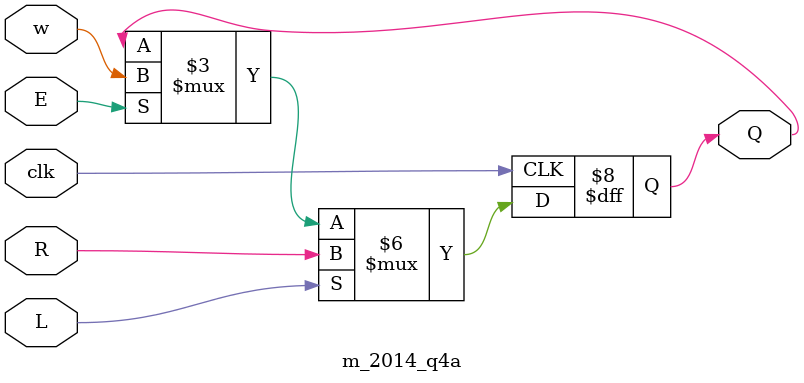
<source format=v>
module m_2014_q4a (
	input clk,
	input w,
	input R,
	input E,
	input L,
	output reg Q
);
 
	always @(posedge clk) begin 
        if(L) Q <= R;
        else begin
            if(E) Q <= w;
            else Q <= Q;
        end
    end
	
endmodule

</source>
